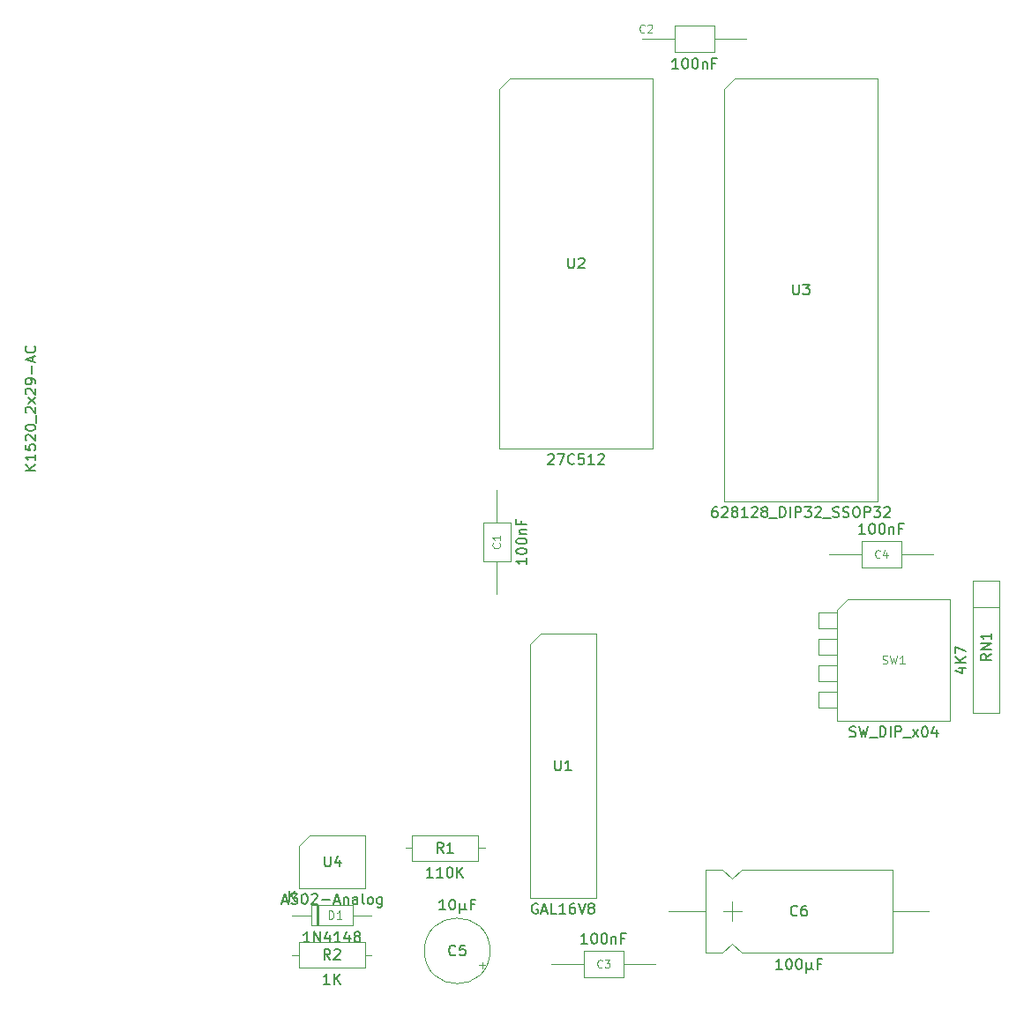
<source format=gbr>
%TF.GenerationSoftware,KiCad,Pcbnew,(5.1.10)-1*%
%TF.CreationDate,2022-01-02T16:59:21+01:00*%
%TF.ProjectId,BasicROM,42617369-6352-44f4-9d2e-6b696361645f,rev?*%
%TF.SameCoordinates,Original*%
%TF.FileFunction,Other,Fab,Top*%
%FSLAX46Y46*%
G04 Gerber Fmt 4.6, Leading zero omitted, Abs format (unit mm)*
G04 Created by KiCad (PCBNEW (5.1.10)-1) date 2022-01-02 16:59:21*
%MOMM*%
%LPD*%
G01*
G04 APERTURE LIST*
%ADD10C,0.100000*%
%ADD11C,0.150000*%
%ADD12C,0.120000*%
%ADD13C,0.114000*%
G04 APERTURE END LIST*
D10*
%TO.C,C6*%
X141930000Y-135700000D02*
X141930000Y-143700000D01*
X159930000Y-135700000D02*
X159930000Y-143700000D01*
X141930000Y-135700000D02*
X143610000Y-135700000D01*
X143610000Y-135700000D02*
X144510000Y-136600000D01*
X144510000Y-136600000D02*
X145410000Y-135700000D01*
X145410000Y-135700000D02*
X159930000Y-135700000D01*
X141930000Y-143700000D02*
X143610000Y-143700000D01*
X143610000Y-143700000D02*
X144510000Y-142800000D01*
X144510000Y-142800000D02*
X145410000Y-143700000D01*
X145410000Y-143700000D02*
X159930000Y-143700000D01*
X138430000Y-139700000D02*
X141930000Y-139700000D01*
X163430000Y-139700000D02*
X159930000Y-139700000D01*
X143630000Y-139700000D02*
X145430000Y-139700000D01*
X144530000Y-138800000D02*
X144530000Y-140600000D01*
%TO.C,U2*%
X123175000Y-59690000D02*
X136905000Y-59690000D01*
X136905000Y-59690000D02*
X136905000Y-95250000D01*
X136905000Y-95250000D02*
X122175000Y-95250000D01*
X122175000Y-95250000D02*
X122175000Y-60690000D01*
X122175000Y-60690000D02*
X123175000Y-59690000D01*
%TO.C,U4*%
X102979759Y-133420000D02*
X103979759Y-132420000D01*
X102979759Y-137500000D02*
X102979759Y-133420000D01*
X109329759Y-137500000D02*
X102979759Y-137500000D01*
X109329759Y-132420000D02*
X109329759Y-137500000D01*
X103979759Y-132420000D02*
X109329759Y-132420000D01*
%TO.C,R2*%
X109914759Y-143890000D02*
X109254759Y-143890000D01*
X102294759Y-143890000D02*
X102954759Y-143890000D01*
X109254759Y-142640000D02*
X102954759Y-142640000D01*
X109254759Y-145140000D02*
X109254759Y-142640000D01*
X102954759Y-145140000D02*
X109254759Y-145140000D01*
X102954759Y-142640000D02*
X102954759Y-145140000D01*
%TO.C,R1*%
X120764759Y-133640000D02*
X120104759Y-133640000D01*
X113144759Y-133640000D02*
X113804759Y-133640000D01*
X120104759Y-132390000D02*
X113804759Y-132390000D01*
X120104759Y-134890000D02*
X120104759Y-132390000D01*
X113804759Y-134890000D02*
X120104759Y-134890000D01*
X113804759Y-132390000D02*
X113804759Y-134890000D01*
%TO.C,D1*%
X104604759Y-139090000D02*
X104604759Y-141090000D01*
X104804759Y-139090000D02*
X104804759Y-141090000D01*
X104704759Y-139090000D02*
X104704759Y-141090000D01*
X109914759Y-140090000D02*
X108104759Y-140090000D01*
X102294759Y-140090000D02*
X104104759Y-140090000D01*
X108104759Y-139090000D02*
X104104759Y-139090000D01*
X108104759Y-141090000D02*
X108104759Y-139090000D01*
X104104759Y-141090000D02*
X108104759Y-141090000D01*
X104104759Y-139090000D02*
X104104759Y-141090000D01*
%TO.C,C5*%
X120508972Y-145198500D02*
X120508972Y-144568500D01*
X120823972Y-144883500D02*
X120193972Y-144883500D01*
X121280000Y-143510000D02*
G75*
G03*
X121280000Y-143510000I-3150000J0D01*
G01*
%TO.C,U3*%
X144765000Y-59690000D02*
X158495000Y-59690000D01*
X158495000Y-59690000D02*
X158495000Y-100330000D01*
X158495000Y-100330000D02*
X143765000Y-100330000D01*
X143765000Y-100330000D02*
X143765000Y-60690000D01*
X143765000Y-60690000D02*
X144765000Y-59690000D01*
%TO.C,U1*%
X126095000Y-113030000D02*
X131445000Y-113030000D01*
X131445000Y-113030000D02*
X131445000Y-138430000D01*
X131445000Y-138430000D02*
X125095000Y-138430000D01*
X125095000Y-138430000D02*
X125095000Y-114030000D01*
X125095000Y-114030000D02*
X126095000Y-113030000D01*
%TO.C,SW1*%
X155620000Y-109710000D02*
X165420000Y-109710000D01*
X165420000Y-109710000D02*
X165420000Y-121430000D01*
X165420000Y-121430000D02*
X154620000Y-121430000D01*
X154620000Y-121430000D02*
X154620000Y-110710000D01*
X154620000Y-110710000D02*
X155620000Y-109710000D01*
X154620000Y-111010000D02*
X154620000Y-112510000D01*
X154620000Y-112510000D02*
X152820000Y-112510000D01*
X152820000Y-112510000D02*
X152820000Y-111010000D01*
X152820000Y-111010000D02*
X154620000Y-111010000D01*
X154620000Y-113550000D02*
X154620000Y-115050000D01*
X154620000Y-115050000D02*
X152820000Y-115050000D01*
X152820000Y-115050000D02*
X152820000Y-113550000D01*
X152820000Y-113550000D02*
X154620000Y-113550000D01*
X154620000Y-116090000D02*
X154620000Y-117590000D01*
X154620000Y-117590000D02*
X152820000Y-117590000D01*
X152820000Y-117590000D02*
X152820000Y-116090000D01*
X152820000Y-116090000D02*
X154620000Y-116090000D01*
X154620000Y-118630000D02*
X154620000Y-120130000D01*
X154620000Y-120130000D02*
X152820000Y-120130000D01*
X152820000Y-120130000D02*
X152820000Y-118630000D01*
X152820000Y-118630000D02*
X154620000Y-118630000D01*
%TO.C,RN1*%
X170160000Y-107930000D02*
X167660000Y-107930000D01*
X167660000Y-107930000D02*
X167660000Y-120670000D01*
X167660000Y-120670000D02*
X170160000Y-120670000D01*
X170160000Y-120670000D02*
X170160000Y-107930000D01*
X170160000Y-110490000D02*
X167660000Y-110490000D01*
%TO.C,C4*%
X160730000Y-106710000D02*
X160730000Y-104110000D01*
X160730000Y-104110000D02*
X156930000Y-104110000D01*
X156930000Y-104110000D02*
X156930000Y-106710000D01*
X156930000Y-106710000D02*
X160730000Y-106710000D01*
X163830000Y-105410000D02*
X160730000Y-105410000D01*
X153830000Y-105410000D02*
X156930000Y-105410000D01*
%TO.C,C3*%
X134060000Y-146080000D02*
X134060000Y-143480000D01*
X134060000Y-143480000D02*
X130260000Y-143480000D01*
X130260000Y-143480000D02*
X130260000Y-146080000D01*
X130260000Y-146080000D02*
X134060000Y-146080000D01*
X137160000Y-144780000D02*
X134060000Y-144780000D01*
X127160000Y-144780000D02*
X130260000Y-144780000D01*
%TO.C,C2*%
X138990000Y-54580000D02*
X138990000Y-57180000D01*
X138990000Y-57180000D02*
X142790000Y-57180000D01*
X142790000Y-57180000D02*
X142790000Y-54580000D01*
X142790000Y-54580000D02*
X138990000Y-54580000D01*
X135890000Y-55880000D02*
X138990000Y-55880000D01*
X145890000Y-55880000D02*
X142790000Y-55880000D01*
%TO.C,C1*%
X120620000Y-106120000D02*
X123220000Y-106120000D01*
X123220000Y-106120000D02*
X123220000Y-102320000D01*
X123220000Y-102320000D02*
X120620000Y-102320000D01*
X120620000Y-102320000D02*
X120620000Y-106120000D01*
X121920000Y-109220000D02*
X121920000Y-106120000D01*
X121920000Y-99220000D02*
X121920000Y-102320000D01*
%TD*%
%TO.C,C6*%
D11*
X149310952Y-145272380D02*
X148739523Y-145272380D01*
X149025238Y-145272380D02*
X149025238Y-144272380D01*
X148930000Y-144415238D01*
X148834761Y-144510476D01*
X148739523Y-144558095D01*
X149930000Y-144272380D02*
X150025238Y-144272380D01*
X150120476Y-144320000D01*
X150168095Y-144367619D01*
X150215714Y-144462857D01*
X150263333Y-144653333D01*
X150263333Y-144891428D01*
X150215714Y-145081904D01*
X150168095Y-145177142D01*
X150120476Y-145224761D01*
X150025238Y-145272380D01*
X149930000Y-145272380D01*
X149834761Y-145224761D01*
X149787142Y-145177142D01*
X149739523Y-145081904D01*
X149691904Y-144891428D01*
X149691904Y-144653333D01*
X149739523Y-144462857D01*
X149787142Y-144367619D01*
X149834761Y-144320000D01*
X149930000Y-144272380D01*
X150882380Y-144272380D02*
X150977619Y-144272380D01*
X151072857Y-144320000D01*
X151120476Y-144367619D01*
X151168095Y-144462857D01*
X151215714Y-144653333D01*
X151215714Y-144891428D01*
X151168095Y-145081904D01*
X151120476Y-145177142D01*
X151072857Y-145224761D01*
X150977619Y-145272380D01*
X150882380Y-145272380D01*
X150787142Y-145224761D01*
X150739523Y-145177142D01*
X150691904Y-145081904D01*
X150644285Y-144891428D01*
X150644285Y-144653333D01*
X150691904Y-144462857D01*
X150739523Y-144367619D01*
X150787142Y-144320000D01*
X150882380Y-144272380D01*
X151644285Y-144605714D02*
X151644285Y-145605714D01*
X152120476Y-145129523D02*
X152168095Y-145224761D01*
X152263333Y-145272380D01*
X151644285Y-145129523D02*
X151691904Y-145224761D01*
X151787142Y-145272380D01*
X151977619Y-145272380D01*
X152072857Y-145224761D01*
X152120476Y-145129523D01*
X152120476Y-144605714D01*
X153025238Y-144748571D02*
X152691904Y-144748571D01*
X152691904Y-145272380D02*
X152691904Y-144272380D01*
X153168095Y-144272380D01*
X150763333Y-140057142D02*
X150715714Y-140104761D01*
X150572857Y-140152380D01*
X150477619Y-140152380D01*
X150334761Y-140104761D01*
X150239523Y-140009523D01*
X150191904Y-139914285D01*
X150144285Y-139723809D01*
X150144285Y-139580952D01*
X150191904Y-139390476D01*
X150239523Y-139295238D01*
X150334761Y-139200000D01*
X150477619Y-139152380D01*
X150572857Y-139152380D01*
X150715714Y-139200000D01*
X150763333Y-139247619D01*
X151620476Y-139152380D02*
X151430000Y-139152380D01*
X151334761Y-139200000D01*
X151287142Y-139247619D01*
X151191904Y-139390476D01*
X151144285Y-139580952D01*
X151144285Y-139961904D01*
X151191904Y-140057142D01*
X151239523Y-140104761D01*
X151334761Y-140152380D01*
X151525238Y-140152380D01*
X151620476Y-140104761D01*
X151668095Y-140057142D01*
X151715714Y-139961904D01*
X151715714Y-139723809D01*
X151668095Y-139628571D01*
X151620476Y-139580952D01*
X151525238Y-139533333D01*
X151334761Y-139533333D01*
X151239523Y-139580952D01*
X151191904Y-139628571D01*
X151144285Y-139723809D01*
%TO.C,X1*%
X77652380Y-97324404D02*
X76652380Y-97324404D01*
X77652380Y-96752976D02*
X77080952Y-97181547D01*
X76652380Y-96752976D02*
X77223809Y-97324404D01*
X77652380Y-95800595D02*
X77652380Y-96372023D01*
X77652380Y-96086309D02*
X76652380Y-96086309D01*
X76795238Y-96181547D01*
X76890476Y-96276785D01*
X76938095Y-96372023D01*
X76652380Y-94895833D02*
X76652380Y-95372023D01*
X77128571Y-95419642D01*
X77080952Y-95372023D01*
X77033333Y-95276785D01*
X77033333Y-95038690D01*
X77080952Y-94943452D01*
X77128571Y-94895833D01*
X77223809Y-94848214D01*
X77461904Y-94848214D01*
X77557142Y-94895833D01*
X77604761Y-94943452D01*
X77652380Y-95038690D01*
X77652380Y-95276785D01*
X77604761Y-95372023D01*
X77557142Y-95419642D01*
X76747619Y-94467261D02*
X76700000Y-94419642D01*
X76652380Y-94324404D01*
X76652380Y-94086309D01*
X76700000Y-93991071D01*
X76747619Y-93943452D01*
X76842857Y-93895833D01*
X76938095Y-93895833D01*
X77080952Y-93943452D01*
X77652380Y-94514880D01*
X77652380Y-93895833D01*
X76652380Y-93276785D02*
X76652380Y-93181547D01*
X76700000Y-93086309D01*
X76747619Y-93038690D01*
X76842857Y-92991071D01*
X77033333Y-92943452D01*
X77271428Y-92943452D01*
X77461904Y-92991071D01*
X77557142Y-93038690D01*
X77604761Y-93086309D01*
X77652380Y-93181547D01*
X77652380Y-93276785D01*
X77604761Y-93372023D01*
X77557142Y-93419642D01*
X77461904Y-93467261D01*
X77271428Y-93514880D01*
X77033333Y-93514880D01*
X76842857Y-93467261D01*
X76747619Y-93419642D01*
X76700000Y-93372023D01*
X76652380Y-93276785D01*
X77747619Y-92752976D02*
X77747619Y-91991071D01*
X76747619Y-91800595D02*
X76700000Y-91752976D01*
X76652380Y-91657738D01*
X76652380Y-91419642D01*
X76700000Y-91324404D01*
X76747619Y-91276785D01*
X76842857Y-91229166D01*
X76938095Y-91229166D01*
X77080952Y-91276785D01*
X77652380Y-91848214D01*
X77652380Y-91229166D01*
X77652380Y-90895833D02*
X76985714Y-90372023D01*
X76985714Y-90895833D02*
X77652380Y-90372023D01*
X76747619Y-90038690D02*
X76700000Y-89991071D01*
X76652380Y-89895833D01*
X76652380Y-89657738D01*
X76700000Y-89562500D01*
X76747619Y-89514880D01*
X76842857Y-89467261D01*
X76938095Y-89467261D01*
X77080952Y-89514880D01*
X77652380Y-90086309D01*
X77652380Y-89467261D01*
X77652380Y-88991071D02*
X77652380Y-88800595D01*
X77604761Y-88705357D01*
X77557142Y-88657738D01*
X77414285Y-88562500D01*
X77223809Y-88514880D01*
X76842857Y-88514880D01*
X76747619Y-88562500D01*
X76700000Y-88610119D01*
X76652380Y-88705357D01*
X76652380Y-88895833D01*
X76700000Y-88991071D01*
X76747619Y-89038690D01*
X76842857Y-89086309D01*
X77080952Y-89086309D01*
X77176190Y-89038690D01*
X77223809Y-88991071D01*
X77271428Y-88895833D01*
X77271428Y-88705357D01*
X77223809Y-88610119D01*
X77176190Y-88562500D01*
X77080952Y-88514880D01*
X77271428Y-88086309D02*
X77271428Y-87324404D01*
X77366666Y-86895833D02*
X77366666Y-86419642D01*
X77652380Y-86991071D02*
X76652380Y-86657738D01*
X77652380Y-86324404D01*
X77557142Y-85419642D02*
X77604761Y-85467261D01*
X77652380Y-85610119D01*
X77652380Y-85705357D01*
X77604761Y-85848214D01*
X77509523Y-85943452D01*
X77414285Y-85991071D01*
X77223809Y-86038690D01*
X77080952Y-86038690D01*
X76890476Y-85991071D01*
X76795238Y-85943452D01*
X76700000Y-85848214D01*
X76652380Y-85705357D01*
X76652380Y-85610119D01*
X76700000Y-85467261D01*
X76747619Y-85419642D01*
%TO.C,U2*%
X126849523Y-95857619D02*
X126897142Y-95810000D01*
X126992380Y-95762380D01*
X127230476Y-95762380D01*
X127325714Y-95810000D01*
X127373333Y-95857619D01*
X127420952Y-95952857D01*
X127420952Y-96048095D01*
X127373333Y-96190952D01*
X126801904Y-96762380D01*
X127420952Y-96762380D01*
X127754285Y-95762380D02*
X128420952Y-95762380D01*
X127992380Y-96762380D01*
X129373333Y-96667142D02*
X129325714Y-96714761D01*
X129182857Y-96762380D01*
X129087619Y-96762380D01*
X128944761Y-96714761D01*
X128849523Y-96619523D01*
X128801904Y-96524285D01*
X128754285Y-96333809D01*
X128754285Y-96190952D01*
X128801904Y-96000476D01*
X128849523Y-95905238D01*
X128944761Y-95810000D01*
X129087619Y-95762380D01*
X129182857Y-95762380D01*
X129325714Y-95810000D01*
X129373333Y-95857619D01*
X130278095Y-95762380D02*
X129801904Y-95762380D01*
X129754285Y-96238571D01*
X129801904Y-96190952D01*
X129897142Y-96143333D01*
X130135238Y-96143333D01*
X130230476Y-96190952D01*
X130278095Y-96238571D01*
X130325714Y-96333809D01*
X130325714Y-96571904D01*
X130278095Y-96667142D01*
X130230476Y-96714761D01*
X130135238Y-96762380D01*
X129897142Y-96762380D01*
X129801904Y-96714761D01*
X129754285Y-96667142D01*
X131278095Y-96762380D02*
X130706666Y-96762380D01*
X130992380Y-96762380D02*
X130992380Y-95762380D01*
X130897142Y-95905238D01*
X130801904Y-96000476D01*
X130706666Y-96048095D01*
X131659047Y-95857619D02*
X131706666Y-95810000D01*
X131801904Y-95762380D01*
X132040000Y-95762380D01*
X132135238Y-95810000D01*
X132182857Y-95857619D01*
X132230476Y-95952857D01*
X132230476Y-96048095D01*
X132182857Y-96190952D01*
X131611428Y-96762380D01*
X132230476Y-96762380D01*
X128778095Y-76922380D02*
X128778095Y-77731904D01*
X128825714Y-77827142D01*
X128873333Y-77874761D01*
X128968571Y-77922380D01*
X129159047Y-77922380D01*
X129254285Y-77874761D01*
X129301904Y-77827142D01*
X129349523Y-77731904D01*
X129349523Y-76922380D01*
X129778095Y-77017619D02*
X129825714Y-76970000D01*
X129920952Y-76922380D01*
X130159047Y-76922380D01*
X130254285Y-76970000D01*
X130301904Y-77017619D01*
X130349523Y-77112857D01*
X130349523Y-77208095D01*
X130301904Y-77350952D01*
X129730476Y-77922380D01*
X130349523Y-77922380D01*
%TO.C,U4*%
X101369044Y-138726666D02*
X101845235Y-138726666D01*
X101273806Y-139012380D02*
X101607139Y-138012380D01*
X101940473Y-139012380D01*
X102178568Y-138012380D02*
X102797616Y-138012380D01*
X102464282Y-138393333D01*
X102607139Y-138393333D01*
X102702378Y-138440952D01*
X102749997Y-138488571D01*
X102797616Y-138583809D01*
X102797616Y-138821904D01*
X102749997Y-138917142D01*
X102702378Y-138964761D01*
X102607139Y-139012380D01*
X102321425Y-139012380D01*
X102226187Y-138964761D01*
X102178568Y-138917142D01*
X103416663Y-138012380D02*
X103511901Y-138012380D01*
X103607139Y-138060000D01*
X103654759Y-138107619D01*
X103702378Y-138202857D01*
X103749997Y-138393333D01*
X103749997Y-138631428D01*
X103702378Y-138821904D01*
X103654759Y-138917142D01*
X103607139Y-138964761D01*
X103511901Y-139012380D01*
X103416663Y-139012380D01*
X103321425Y-138964761D01*
X103273806Y-138917142D01*
X103226187Y-138821904D01*
X103178568Y-138631428D01*
X103178568Y-138393333D01*
X103226187Y-138202857D01*
X103273806Y-138107619D01*
X103321425Y-138060000D01*
X103416663Y-138012380D01*
X104130949Y-138107619D02*
X104178568Y-138060000D01*
X104273806Y-138012380D01*
X104511901Y-138012380D01*
X104607139Y-138060000D01*
X104654759Y-138107619D01*
X104702378Y-138202857D01*
X104702378Y-138298095D01*
X104654759Y-138440952D01*
X104083330Y-139012380D01*
X104702378Y-139012380D01*
X105130949Y-138631428D02*
X105892854Y-138631428D01*
X106321425Y-138726666D02*
X106797616Y-138726666D01*
X106226187Y-139012380D02*
X106559520Y-138012380D01*
X106892854Y-139012380D01*
X107226187Y-138345714D02*
X107226187Y-139012380D01*
X107226187Y-138440952D02*
X107273806Y-138393333D01*
X107369044Y-138345714D01*
X107511901Y-138345714D01*
X107607139Y-138393333D01*
X107654759Y-138488571D01*
X107654759Y-139012380D01*
X108559520Y-139012380D02*
X108559520Y-138488571D01*
X108511901Y-138393333D01*
X108416663Y-138345714D01*
X108226187Y-138345714D01*
X108130949Y-138393333D01*
X108559520Y-138964761D02*
X108464282Y-139012380D01*
X108226187Y-139012380D01*
X108130949Y-138964761D01*
X108083330Y-138869523D01*
X108083330Y-138774285D01*
X108130949Y-138679047D01*
X108226187Y-138631428D01*
X108464282Y-138631428D01*
X108559520Y-138583809D01*
X109178568Y-139012380D02*
X109083330Y-138964761D01*
X109035711Y-138869523D01*
X109035711Y-138012380D01*
X109702378Y-139012380D02*
X109607139Y-138964761D01*
X109559520Y-138917142D01*
X109511901Y-138821904D01*
X109511901Y-138536190D01*
X109559520Y-138440952D01*
X109607139Y-138393333D01*
X109702378Y-138345714D01*
X109845235Y-138345714D01*
X109940473Y-138393333D01*
X109988092Y-138440952D01*
X110035711Y-138536190D01*
X110035711Y-138821904D01*
X109988092Y-138917142D01*
X109940473Y-138964761D01*
X109845235Y-139012380D01*
X109702378Y-139012380D01*
X110892854Y-138345714D02*
X110892854Y-139155238D01*
X110845235Y-139250476D01*
X110797616Y-139298095D01*
X110702378Y-139345714D01*
X110559520Y-139345714D01*
X110464282Y-139298095D01*
X110892854Y-138964761D02*
X110797616Y-139012380D01*
X110607139Y-139012380D01*
X110511901Y-138964761D01*
X110464282Y-138917142D01*
X110416663Y-138821904D01*
X110416663Y-138536190D01*
X110464282Y-138440952D01*
X110511901Y-138393333D01*
X110607139Y-138345714D01*
X110797616Y-138345714D01*
X110892854Y-138393333D01*
X105392854Y-134412380D02*
X105392854Y-135221904D01*
X105440473Y-135317142D01*
X105488092Y-135364761D01*
X105583330Y-135412380D01*
X105773806Y-135412380D01*
X105869044Y-135364761D01*
X105916663Y-135317142D01*
X105964282Y-135221904D01*
X105964282Y-134412380D01*
X106869044Y-134745714D02*
X106869044Y-135412380D01*
X106630949Y-134364761D02*
X106392854Y-135079047D01*
X107011901Y-135079047D01*
%TO.C,R2*%
X105890473Y-146712380D02*
X105319044Y-146712380D01*
X105604759Y-146712380D02*
X105604759Y-145712380D01*
X105509520Y-145855238D01*
X105414282Y-145950476D01*
X105319044Y-145998095D01*
X106319044Y-146712380D02*
X106319044Y-145712380D01*
X106890473Y-146712380D02*
X106461901Y-146140952D01*
X106890473Y-145712380D02*
X106319044Y-146283809D01*
X105938092Y-144342380D02*
X105604759Y-143866190D01*
X105366663Y-144342380D02*
X105366663Y-143342380D01*
X105747616Y-143342380D01*
X105842854Y-143390000D01*
X105890473Y-143437619D01*
X105938092Y-143532857D01*
X105938092Y-143675714D01*
X105890473Y-143770952D01*
X105842854Y-143818571D01*
X105747616Y-143866190D01*
X105366663Y-143866190D01*
X106319044Y-143437619D02*
X106366663Y-143390000D01*
X106461901Y-143342380D01*
X106699997Y-143342380D01*
X106795235Y-143390000D01*
X106842854Y-143437619D01*
X106890473Y-143532857D01*
X106890473Y-143628095D01*
X106842854Y-143770952D01*
X106271425Y-144342380D01*
X106890473Y-144342380D01*
%TO.C,R1*%
X115788092Y-136462380D02*
X115216663Y-136462380D01*
X115502378Y-136462380D02*
X115502378Y-135462380D01*
X115407139Y-135605238D01*
X115311901Y-135700476D01*
X115216663Y-135748095D01*
X116740473Y-136462380D02*
X116169044Y-136462380D01*
X116454759Y-136462380D02*
X116454759Y-135462380D01*
X116359520Y-135605238D01*
X116264282Y-135700476D01*
X116169044Y-135748095D01*
X117359520Y-135462380D02*
X117454759Y-135462380D01*
X117549997Y-135510000D01*
X117597616Y-135557619D01*
X117645235Y-135652857D01*
X117692854Y-135843333D01*
X117692854Y-136081428D01*
X117645235Y-136271904D01*
X117597616Y-136367142D01*
X117549997Y-136414761D01*
X117454759Y-136462380D01*
X117359520Y-136462380D01*
X117264282Y-136414761D01*
X117216663Y-136367142D01*
X117169044Y-136271904D01*
X117121425Y-136081428D01*
X117121425Y-135843333D01*
X117169044Y-135652857D01*
X117216663Y-135557619D01*
X117264282Y-135510000D01*
X117359520Y-135462380D01*
X118121425Y-136462380D02*
X118121425Y-135462380D01*
X118692854Y-136462380D02*
X118264282Y-135890952D01*
X118692854Y-135462380D02*
X118121425Y-136033809D01*
X116788092Y-134092380D02*
X116454759Y-133616190D01*
X116216663Y-134092380D02*
X116216663Y-133092380D01*
X116597616Y-133092380D01*
X116692854Y-133140000D01*
X116740473Y-133187619D01*
X116788092Y-133282857D01*
X116788092Y-133425714D01*
X116740473Y-133520952D01*
X116692854Y-133568571D01*
X116597616Y-133616190D01*
X116216663Y-133616190D01*
X117740473Y-134092380D02*
X117169044Y-134092380D01*
X117454759Y-134092380D02*
X117454759Y-133092380D01*
X117359520Y-133235238D01*
X117264282Y-133330476D01*
X117169044Y-133378095D01*
%TO.C,D1*%
X103961901Y-142662380D02*
X103390473Y-142662380D01*
X103676187Y-142662380D02*
X103676187Y-141662380D01*
X103580949Y-141805238D01*
X103485711Y-141900476D01*
X103390473Y-141948095D01*
X104390473Y-142662380D02*
X104390473Y-141662380D01*
X104961901Y-142662380D01*
X104961901Y-141662380D01*
X105866663Y-141995714D02*
X105866663Y-142662380D01*
X105628568Y-141614761D02*
X105390473Y-142329047D01*
X106009520Y-142329047D01*
X106914282Y-142662380D02*
X106342854Y-142662380D01*
X106628568Y-142662380D02*
X106628568Y-141662380D01*
X106533330Y-141805238D01*
X106438092Y-141900476D01*
X106342854Y-141948095D01*
X107771425Y-141995714D02*
X107771425Y-142662380D01*
X107533330Y-141614761D02*
X107295235Y-142329047D01*
X107914282Y-142329047D01*
X108438092Y-142090952D02*
X108342854Y-142043333D01*
X108295235Y-141995714D01*
X108247616Y-141900476D01*
X108247616Y-141852857D01*
X108295235Y-141757619D01*
X108342854Y-141710000D01*
X108438092Y-141662380D01*
X108628568Y-141662380D01*
X108723806Y-141710000D01*
X108771425Y-141757619D01*
X108819044Y-141852857D01*
X108819044Y-141900476D01*
X108771425Y-141995714D01*
X108723806Y-142043333D01*
X108628568Y-142090952D01*
X108438092Y-142090952D01*
X108342854Y-142138571D01*
X108295235Y-142186190D01*
X108247616Y-142281428D01*
X108247616Y-142471904D01*
X108295235Y-142567142D01*
X108342854Y-142614761D01*
X108438092Y-142662380D01*
X108628568Y-142662380D01*
X108723806Y-142614761D01*
X108771425Y-142567142D01*
X108819044Y-142471904D01*
X108819044Y-142281428D01*
X108771425Y-142186190D01*
X108723806Y-142138571D01*
X108628568Y-142090952D01*
X102032854Y-138742380D02*
X102032854Y-137742380D01*
X102604282Y-138742380D02*
X102175711Y-138170952D01*
X102604282Y-137742380D02*
X102032854Y-138313809D01*
D12*
X105814282Y-140451904D02*
X105814282Y-139651904D01*
X106004759Y-139651904D01*
X106119044Y-139690000D01*
X106195235Y-139766190D01*
X106233330Y-139842380D01*
X106271425Y-139994761D01*
X106271425Y-140109047D01*
X106233330Y-140261428D01*
X106195235Y-140337619D01*
X106119044Y-140413809D01*
X106004759Y-140451904D01*
X105814282Y-140451904D01*
X107033330Y-140451904D02*
X106576187Y-140451904D01*
X106804759Y-140451904D02*
X106804759Y-139651904D01*
X106728568Y-139766190D01*
X106652378Y-139842380D01*
X106576187Y-139880476D01*
%TO.C,C5*%
D11*
X116987142Y-139562380D02*
X116415714Y-139562380D01*
X116701428Y-139562380D02*
X116701428Y-138562380D01*
X116606190Y-138705238D01*
X116510952Y-138800476D01*
X116415714Y-138848095D01*
X117606190Y-138562380D02*
X117701428Y-138562380D01*
X117796666Y-138610000D01*
X117844285Y-138657619D01*
X117891904Y-138752857D01*
X117939523Y-138943333D01*
X117939523Y-139181428D01*
X117891904Y-139371904D01*
X117844285Y-139467142D01*
X117796666Y-139514761D01*
X117701428Y-139562380D01*
X117606190Y-139562380D01*
X117510952Y-139514761D01*
X117463333Y-139467142D01*
X117415714Y-139371904D01*
X117368095Y-139181428D01*
X117368095Y-138943333D01*
X117415714Y-138752857D01*
X117463333Y-138657619D01*
X117510952Y-138610000D01*
X117606190Y-138562380D01*
X118368095Y-138895714D02*
X118368095Y-139895714D01*
X118844285Y-139419523D02*
X118891904Y-139514761D01*
X118987142Y-139562380D01*
X118368095Y-139419523D02*
X118415714Y-139514761D01*
X118510952Y-139562380D01*
X118701428Y-139562380D01*
X118796666Y-139514761D01*
X118844285Y-139419523D01*
X118844285Y-138895714D01*
X119749047Y-139038571D02*
X119415714Y-139038571D01*
X119415714Y-139562380D02*
X119415714Y-138562380D01*
X119891904Y-138562380D01*
X117963333Y-143867142D02*
X117915714Y-143914761D01*
X117772857Y-143962380D01*
X117677619Y-143962380D01*
X117534761Y-143914761D01*
X117439523Y-143819523D01*
X117391904Y-143724285D01*
X117344285Y-143533809D01*
X117344285Y-143390952D01*
X117391904Y-143200476D01*
X117439523Y-143105238D01*
X117534761Y-143010000D01*
X117677619Y-142962380D01*
X117772857Y-142962380D01*
X117915714Y-143010000D01*
X117963333Y-143057619D01*
X118868095Y-142962380D02*
X118391904Y-142962380D01*
X118344285Y-143438571D01*
X118391904Y-143390952D01*
X118487142Y-143343333D01*
X118725238Y-143343333D01*
X118820476Y-143390952D01*
X118868095Y-143438571D01*
X118915714Y-143533809D01*
X118915714Y-143771904D01*
X118868095Y-143867142D01*
X118820476Y-143914761D01*
X118725238Y-143962380D01*
X118487142Y-143962380D01*
X118391904Y-143914761D01*
X118344285Y-143867142D01*
%TO.C,U3*%
X143058571Y-100842380D02*
X142868095Y-100842380D01*
X142772857Y-100890000D01*
X142725238Y-100937619D01*
X142630000Y-101080476D01*
X142582380Y-101270952D01*
X142582380Y-101651904D01*
X142630000Y-101747142D01*
X142677619Y-101794761D01*
X142772857Y-101842380D01*
X142963333Y-101842380D01*
X143058571Y-101794761D01*
X143106190Y-101747142D01*
X143153809Y-101651904D01*
X143153809Y-101413809D01*
X143106190Y-101318571D01*
X143058571Y-101270952D01*
X142963333Y-101223333D01*
X142772857Y-101223333D01*
X142677619Y-101270952D01*
X142630000Y-101318571D01*
X142582380Y-101413809D01*
X143534761Y-100937619D02*
X143582380Y-100890000D01*
X143677619Y-100842380D01*
X143915714Y-100842380D01*
X144010952Y-100890000D01*
X144058571Y-100937619D01*
X144106190Y-101032857D01*
X144106190Y-101128095D01*
X144058571Y-101270952D01*
X143487142Y-101842380D01*
X144106190Y-101842380D01*
X144677619Y-101270952D02*
X144582380Y-101223333D01*
X144534761Y-101175714D01*
X144487142Y-101080476D01*
X144487142Y-101032857D01*
X144534761Y-100937619D01*
X144582380Y-100890000D01*
X144677619Y-100842380D01*
X144868095Y-100842380D01*
X144963333Y-100890000D01*
X145010952Y-100937619D01*
X145058571Y-101032857D01*
X145058571Y-101080476D01*
X145010952Y-101175714D01*
X144963333Y-101223333D01*
X144868095Y-101270952D01*
X144677619Y-101270952D01*
X144582380Y-101318571D01*
X144534761Y-101366190D01*
X144487142Y-101461428D01*
X144487142Y-101651904D01*
X144534761Y-101747142D01*
X144582380Y-101794761D01*
X144677619Y-101842380D01*
X144868095Y-101842380D01*
X144963333Y-101794761D01*
X145010952Y-101747142D01*
X145058571Y-101651904D01*
X145058571Y-101461428D01*
X145010952Y-101366190D01*
X144963333Y-101318571D01*
X144868095Y-101270952D01*
X146010952Y-101842380D02*
X145439523Y-101842380D01*
X145725238Y-101842380D02*
X145725238Y-100842380D01*
X145630000Y-100985238D01*
X145534761Y-101080476D01*
X145439523Y-101128095D01*
X146391904Y-100937619D02*
X146439523Y-100890000D01*
X146534761Y-100842380D01*
X146772857Y-100842380D01*
X146868095Y-100890000D01*
X146915714Y-100937619D01*
X146963333Y-101032857D01*
X146963333Y-101128095D01*
X146915714Y-101270952D01*
X146344285Y-101842380D01*
X146963333Y-101842380D01*
X147534761Y-101270952D02*
X147439523Y-101223333D01*
X147391904Y-101175714D01*
X147344285Y-101080476D01*
X147344285Y-101032857D01*
X147391904Y-100937619D01*
X147439523Y-100890000D01*
X147534761Y-100842380D01*
X147725238Y-100842380D01*
X147820476Y-100890000D01*
X147868095Y-100937619D01*
X147915714Y-101032857D01*
X147915714Y-101080476D01*
X147868095Y-101175714D01*
X147820476Y-101223333D01*
X147725238Y-101270952D01*
X147534761Y-101270952D01*
X147439523Y-101318571D01*
X147391904Y-101366190D01*
X147344285Y-101461428D01*
X147344285Y-101651904D01*
X147391904Y-101747142D01*
X147439523Y-101794761D01*
X147534761Y-101842380D01*
X147725238Y-101842380D01*
X147820476Y-101794761D01*
X147868095Y-101747142D01*
X147915714Y-101651904D01*
X147915714Y-101461428D01*
X147868095Y-101366190D01*
X147820476Y-101318571D01*
X147725238Y-101270952D01*
X148106190Y-101937619D02*
X148868095Y-101937619D01*
X149106190Y-101842380D02*
X149106190Y-100842380D01*
X149344285Y-100842380D01*
X149487142Y-100890000D01*
X149582380Y-100985238D01*
X149630000Y-101080476D01*
X149677619Y-101270952D01*
X149677619Y-101413809D01*
X149630000Y-101604285D01*
X149582380Y-101699523D01*
X149487142Y-101794761D01*
X149344285Y-101842380D01*
X149106190Y-101842380D01*
X150106190Y-101842380D02*
X150106190Y-100842380D01*
X150582380Y-101842380D02*
X150582380Y-100842380D01*
X150963333Y-100842380D01*
X151058571Y-100890000D01*
X151106190Y-100937619D01*
X151153809Y-101032857D01*
X151153809Y-101175714D01*
X151106190Y-101270952D01*
X151058571Y-101318571D01*
X150963333Y-101366190D01*
X150582380Y-101366190D01*
X151487142Y-100842380D02*
X152106190Y-100842380D01*
X151772857Y-101223333D01*
X151915714Y-101223333D01*
X152010952Y-101270952D01*
X152058571Y-101318571D01*
X152106190Y-101413809D01*
X152106190Y-101651904D01*
X152058571Y-101747142D01*
X152010952Y-101794761D01*
X151915714Y-101842380D01*
X151630000Y-101842380D01*
X151534761Y-101794761D01*
X151487142Y-101747142D01*
X152487142Y-100937619D02*
X152534761Y-100890000D01*
X152630000Y-100842380D01*
X152868095Y-100842380D01*
X152963333Y-100890000D01*
X153010952Y-100937619D01*
X153058571Y-101032857D01*
X153058571Y-101128095D01*
X153010952Y-101270952D01*
X152439523Y-101842380D01*
X153058571Y-101842380D01*
X153249047Y-101937619D02*
X154010952Y-101937619D01*
X154201428Y-101794761D02*
X154344285Y-101842380D01*
X154582380Y-101842380D01*
X154677619Y-101794761D01*
X154725238Y-101747142D01*
X154772857Y-101651904D01*
X154772857Y-101556666D01*
X154725238Y-101461428D01*
X154677619Y-101413809D01*
X154582380Y-101366190D01*
X154391904Y-101318571D01*
X154296666Y-101270952D01*
X154249047Y-101223333D01*
X154201428Y-101128095D01*
X154201428Y-101032857D01*
X154249047Y-100937619D01*
X154296666Y-100890000D01*
X154391904Y-100842380D01*
X154630000Y-100842380D01*
X154772857Y-100890000D01*
X155153809Y-101794761D02*
X155296666Y-101842380D01*
X155534761Y-101842380D01*
X155630000Y-101794761D01*
X155677619Y-101747142D01*
X155725238Y-101651904D01*
X155725238Y-101556666D01*
X155677619Y-101461428D01*
X155630000Y-101413809D01*
X155534761Y-101366190D01*
X155344285Y-101318571D01*
X155249047Y-101270952D01*
X155201428Y-101223333D01*
X155153809Y-101128095D01*
X155153809Y-101032857D01*
X155201428Y-100937619D01*
X155249047Y-100890000D01*
X155344285Y-100842380D01*
X155582380Y-100842380D01*
X155725238Y-100890000D01*
X156344285Y-100842380D02*
X156534761Y-100842380D01*
X156630000Y-100890000D01*
X156725238Y-100985238D01*
X156772857Y-101175714D01*
X156772857Y-101509047D01*
X156725238Y-101699523D01*
X156630000Y-101794761D01*
X156534761Y-101842380D01*
X156344285Y-101842380D01*
X156249047Y-101794761D01*
X156153809Y-101699523D01*
X156106190Y-101509047D01*
X156106190Y-101175714D01*
X156153809Y-100985238D01*
X156249047Y-100890000D01*
X156344285Y-100842380D01*
X157201428Y-101842380D02*
X157201428Y-100842380D01*
X157582380Y-100842380D01*
X157677619Y-100890000D01*
X157725238Y-100937619D01*
X157772857Y-101032857D01*
X157772857Y-101175714D01*
X157725238Y-101270952D01*
X157677619Y-101318571D01*
X157582380Y-101366190D01*
X157201428Y-101366190D01*
X158106190Y-100842380D02*
X158725238Y-100842380D01*
X158391904Y-101223333D01*
X158534761Y-101223333D01*
X158630000Y-101270952D01*
X158677619Y-101318571D01*
X158725238Y-101413809D01*
X158725238Y-101651904D01*
X158677619Y-101747142D01*
X158630000Y-101794761D01*
X158534761Y-101842380D01*
X158249047Y-101842380D01*
X158153809Y-101794761D01*
X158106190Y-101747142D01*
X159106190Y-100937619D02*
X159153809Y-100890000D01*
X159249047Y-100842380D01*
X159487142Y-100842380D01*
X159582380Y-100890000D01*
X159630000Y-100937619D01*
X159677619Y-101032857D01*
X159677619Y-101128095D01*
X159630000Y-101270952D01*
X159058571Y-101842380D01*
X159677619Y-101842380D01*
X150368095Y-79462380D02*
X150368095Y-80271904D01*
X150415714Y-80367142D01*
X150463333Y-80414761D01*
X150558571Y-80462380D01*
X150749047Y-80462380D01*
X150844285Y-80414761D01*
X150891904Y-80367142D01*
X150939523Y-80271904D01*
X150939523Y-79462380D01*
X151320476Y-79462380D02*
X151939523Y-79462380D01*
X151606190Y-79843333D01*
X151749047Y-79843333D01*
X151844285Y-79890952D01*
X151891904Y-79938571D01*
X151939523Y-80033809D01*
X151939523Y-80271904D01*
X151891904Y-80367142D01*
X151844285Y-80414761D01*
X151749047Y-80462380D01*
X151463333Y-80462380D01*
X151368095Y-80414761D01*
X151320476Y-80367142D01*
%TO.C,U1*%
X125841428Y-138990000D02*
X125746190Y-138942380D01*
X125603333Y-138942380D01*
X125460476Y-138990000D01*
X125365238Y-139085238D01*
X125317619Y-139180476D01*
X125270000Y-139370952D01*
X125270000Y-139513809D01*
X125317619Y-139704285D01*
X125365238Y-139799523D01*
X125460476Y-139894761D01*
X125603333Y-139942380D01*
X125698571Y-139942380D01*
X125841428Y-139894761D01*
X125889047Y-139847142D01*
X125889047Y-139513809D01*
X125698571Y-139513809D01*
X126270000Y-139656666D02*
X126746190Y-139656666D01*
X126174761Y-139942380D02*
X126508095Y-138942380D01*
X126841428Y-139942380D01*
X127650952Y-139942380D02*
X127174761Y-139942380D01*
X127174761Y-138942380D01*
X128508095Y-139942380D02*
X127936666Y-139942380D01*
X128222380Y-139942380D02*
X128222380Y-138942380D01*
X128127142Y-139085238D01*
X128031904Y-139180476D01*
X127936666Y-139228095D01*
X129365238Y-138942380D02*
X129174761Y-138942380D01*
X129079523Y-138990000D01*
X129031904Y-139037619D01*
X128936666Y-139180476D01*
X128889047Y-139370952D01*
X128889047Y-139751904D01*
X128936666Y-139847142D01*
X128984285Y-139894761D01*
X129079523Y-139942380D01*
X129270000Y-139942380D01*
X129365238Y-139894761D01*
X129412857Y-139847142D01*
X129460476Y-139751904D01*
X129460476Y-139513809D01*
X129412857Y-139418571D01*
X129365238Y-139370952D01*
X129270000Y-139323333D01*
X129079523Y-139323333D01*
X128984285Y-139370952D01*
X128936666Y-139418571D01*
X128889047Y-139513809D01*
X129746190Y-138942380D02*
X130079523Y-139942380D01*
X130412857Y-138942380D01*
X130889047Y-139370952D02*
X130793809Y-139323333D01*
X130746190Y-139275714D01*
X130698571Y-139180476D01*
X130698571Y-139132857D01*
X130746190Y-139037619D01*
X130793809Y-138990000D01*
X130889047Y-138942380D01*
X131079523Y-138942380D01*
X131174761Y-138990000D01*
X131222380Y-139037619D01*
X131270000Y-139132857D01*
X131270000Y-139180476D01*
X131222380Y-139275714D01*
X131174761Y-139323333D01*
X131079523Y-139370952D01*
X130889047Y-139370952D01*
X130793809Y-139418571D01*
X130746190Y-139466190D01*
X130698571Y-139561428D01*
X130698571Y-139751904D01*
X130746190Y-139847142D01*
X130793809Y-139894761D01*
X130889047Y-139942380D01*
X131079523Y-139942380D01*
X131174761Y-139894761D01*
X131222380Y-139847142D01*
X131270000Y-139751904D01*
X131270000Y-139561428D01*
X131222380Y-139466190D01*
X131174761Y-139418571D01*
X131079523Y-139370952D01*
X127508095Y-125182380D02*
X127508095Y-125991904D01*
X127555714Y-126087142D01*
X127603333Y-126134761D01*
X127698571Y-126182380D01*
X127889047Y-126182380D01*
X127984285Y-126134761D01*
X128031904Y-126087142D01*
X128079523Y-125991904D01*
X128079523Y-125182380D01*
X129079523Y-126182380D02*
X128508095Y-126182380D01*
X128793809Y-126182380D02*
X128793809Y-125182380D01*
X128698571Y-125325238D01*
X128603333Y-125420476D01*
X128508095Y-125468095D01*
%TO.C,SW1*%
X155805714Y-122894761D02*
X155948571Y-122942380D01*
X156186666Y-122942380D01*
X156281904Y-122894761D01*
X156329523Y-122847142D01*
X156377142Y-122751904D01*
X156377142Y-122656666D01*
X156329523Y-122561428D01*
X156281904Y-122513809D01*
X156186666Y-122466190D01*
X155996190Y-122418571D01*
X155900952Y-122370952D01*
X155853333Y-122323333D01*
X155805714Y-122228095D01*
X155805714Y-122132857D01*
X155853333Y-122037619D01*
X155900952Y-121990000D01*
X155996190Y-121942380D01*
X156234285Y-121942380D01*
X156377142Y-121990000D01*
X156710476Y-121942380D02*
X156948571Y-122942380D01*
X157139047Y-122228095D01*
X157329523Y-122942380D01*
X157567619Y-121942380D01*
X157710476Y-123037619D02*
X158472380Y-123037619D01*
X158710476Y-122942380D02*
X158710476Y-121942380D01*
X158948571Y-121942380D01*
X159091428Y-121990000D01*
X159186666Y-122085238D01*
X159234285Y-122180476D01*
X159281904Y-122370952D01*
X159281904Y-122513809D01*
X159234285Y-122704285D01*
X159186666Y-122799523D01*
X159091428Y-122894761D01*
X158948571Y-122942380D01*
X158710476Y-122942380D01*
X159710476Y-122942380D02*
X159710476Y-121942380D01*
X160186666Y-122942380D02*
X160186666Y-121942380D01*
X160567619Y-121942380D01*
X160662857Y-121990000D01*
X160710476Y-122037619D01*
X160758095Y-122132857D01*
X160758095Y-122275714D01*
X160710476Y-122370952D01*
X160662857Y-122418571D01*
X160567619Y-122466190D01*
X160186666Y-122466190D01*
X160948571Y-123037619D02*
X161710476Y-123037619D01*
X161853333Y-122942380D02*
X162377142Y-122275714D01*
X161853333Y-122275714D02*
X162377142Y-122942380D01*
X162948571Y-121942380D02*
X163043809Y-121942380D01*
X163139047Y-121990000D01*
X163186666Y-122037619D01*
X163234285Y-122132857D01*
X163281904Y-122323333D01*
X163281904Y-122561428D01*
X163234285Y-122751904D01*
X163186666Y-122847142D01*
X163139047Y-122894761D01*
X163043809Y-122942380D01*
X162948571Y-122942380D01*
X162853333Y-122894761D01*
X162805714Y-122847142D01*
X162758095Y-122751904D01*
X162710476Y-122561428D01*
X162710476Y-122323333D01*
X162758095Y-122132857D01*
X162805714Y-122037619D01*
X162853333Y-121990000D01*
X162948571Y-121942380D01*
X164139047Y-122275714D02*
X164139047Y-122942380D01*
X163900952Y-121894761D02*
X163662857Y-122609047D01*
X164281904Y-122609047D01*
D12*
X158953333Y-115893809D02*
X159067619Y-115931904D01*
X159258095Y-115931904D01*
X159334285Y-115893809D01*
X159372380Y-115855714D01*
X159410476Y-115779523D01*
X159410476Y-115703333D01*
X159372380Y-115627142D01*
X159334285Y-115589047D01*
X159258095Y-115550952D01*
X159105714Y-115512857D01*
X159029523Y-115474761D01*
X158991428Y-115436666D01*
X158953333Y-115360476D01*
X158953333Y-115284285D01*
X158991428Y-115208095D01*
X159029523Y-115170000D01*
X159105714Y-115131904D01*
X159296190Y-115131904D01*
X159410476Y-115170000D01*
X159677142Y-115131904D02*
X159867619Y-115931904D01*
X160020000Y-115360476D01*
X160172380Y-115931904D01*
X160362857Y-115131904D01*
X161086666Y-115931904D02*
X160629523Y-115931904D01*
X160858095Y-115931904D02*
X160858095Y-115131904D01*
X160781904Y-115246190D01*
X160705714Y-115322380D01*
X160629523Y-115360476D01*
%TO.C,RN1*%
D11*
X166295714Y-116355714D02*
X166962380Y-116355714D01*
X165914761Y-116593809D02*
X166629047Y-116831904D01*
X166629047Y-116212857D01*
X166962380Y-115831904D02*
X165962380Y-115831904D01*
X166962380Y-115260476D02*
X166390952Y-115689047D01*
X165962380Y-115260476D02*
X166533809Y-115831904D01*
X165962380Y-114927142D02*
X165962380Y-114260476D01*
X166962380Y-114689047D01*
X169362380Y-114990476D02*
X168886190Y-115323809D01*
X169362380Y-115561904D02*
X168362380Y-115561904D01*
X168362380Y-115180952D01*
X168410000Y-115085714D01*
X168457619Y-115038095D01*
X168552857Y-114990476D01*
X168695714Y-114990476D01*
X168790952Y-115038095D01*
X168838571Y-115085714D01*
X168886190Y-115180952D01*
X168886190Y-115561904D01*
X169362380Y-114561904D02*
X168362380Y-114561904D01*
X169362380Y-113990476D01*
X168362380Y-113990476D01*
X169362380Y-112990476D02*
X169362380Y-113561904D01*
X169362380Y-113276190D02*
X168362380Y-113276190D01*
X168505238Y-113371428D01*
X168600476Y-113466666D01*
X168648095Y-113561904D01*
%TO.C,C4*%
X157282380Y-103442380D02*
X156710952Y-103442380D01*
X156996666Y-103442380D02*
X156996666Y-102442380D01*
X156901428Y-102585238D01*
X156806190Y-102680476D01*
X156710952Y-102728095D01*
X157901428Y-102442380D02*
X157996666Y-102442380D01*
X158091904Y-102490000D01*
X158139523Y-102537619D01*
X158187142Y-102632857D01*
X158234761Y-102823333D01*
X158234761Y-103061428D01*
X158187142Y-103251904D01*
X158139523Y-103347142D01*
X158091904Y-103394761D01*
X157996666Y-103442380D01*
X157901428Y-103442380D01*
X157806190Y-103394761D01*
X157758571Y-103347142D01*
X157710952Y-103251904D01*
X157663333Y-103061428D01*
X157663333Y-102823333D01*
X157710952Y-102632857D01*
X157758571Y-102537619D01*
X157806190Y-102490000D01*
X157901428Y-102442380D01*
X158853809Y-102442380D02*
X158949047Y-102442380D01*
X159044285Y-102490000D01*
X159091904Y-102537619D01*
X159139523Y-102632857D01*
X159187142Y-102823333D01*
X159187142Y-103061428D01*
X159139523Y-103251904D01*
X159091904Y-103347142D01*
X159044285Y-103394761D01*
X158949047Y-103442380D01*
X158853809Y-103442380D01*
X158758571Y-103394761D01*
X158710952Y-103347142D01*
X158663333Y-103251904D01*
X158615714Y-103061428D01*
X158615714Y-102823333D01*
X158663333Y-102632857D01*
X158710952Y-102537619D01*
X158758571Y-102490000D01*
X158853809Y-102442380D01*
X159615714Y-102775714D02*
X159615714Y-103442380D01*
X159615714Y-102870952D02*
X159663333Y-102823333D01*
X159758571Y-102775714D01*
X159901428Y-102775714D01*
X159996666Y-102823333D01*
X160044285Y-102918571D01*
X160044285Y-103442380D01*
X160853809Y-102918571D02*
X160520476Y-102918571D01*
X160520476Y-103442380D02*
X160520476Y-102442380D01*
X160996666Y-102442380D01*
D13*
X158703333Y-105681428D02*
X158667142Y-105717619D01*
X158558571Y-105753809D01*
X158486190Y-105753809D01*
X158377619Y-105717619D01*
X158305238Y-105645238D01*
X158269047Y-105572857D01*
X158232857Y-105428095D01*
X158232857Y-105319523D01*
X158269047Y-105174761D01*
X158305238Y-105102380D01*
X158377619Y-105030000D01*
X158486190Y-104993809D01*
X158558571Y-104993809D01*
X158667142Y-105030000D01*
X158703333Y-105066190D01*
X159354761Y-105247142D02*
X159354761Y-105753809D01*
X159173809Y-104957619D02*
X158992857Y-105500476D01*
X159463333Y-105500476D01*
%TO.C,C3*%
D11*
X130612380Y-142812380D02*
X130040952Y-142812380D01*
X130326666Y-142812380D02*
X130326666Y-141812380D01*
X130231428Y-141955238D01*
X130136190Y-142050476D01*
X130040952Y-142098095D01*
X131231428Y-141812380D02*
X131326666Y-141812380D01*
X131421904Y-141860000D01*
X131469523Y-141907619D01*
X131517142Y-142002857D01*
X131564761Y-142193333D01*
X131564761Y-142431428D01*
X131517142Y-142621904D01*
X131469523Y-142717142D01*
X131421904Y-142764761D01*
X131326666Y-142812380D01*
X131231428Y-142812380D01*
X131136190Y-142764761D01*
X131088571Y-142717142D01*
X131040952Y-142621904D01*
X130993333Y-142431428D01*
X130993333Y-142193333D01*
X131040952Y-142002857D01*
X131088571Y-141907619D01*
X131136190Y-141860000D01*
X131231428Y-141812380D01*
X132183809Y-141812380D02*
X132279047Y-141812380D01*
X132374285Y-141860000D01*
X132421904Y-141907619D01*
X132469523Y-142002857D01*
X132517142Y-142193333D01*
X132517142Y-142431428D01*
X132469523Y-142621904D01*
X132421904Y-142717142D01*
X132374285Y-142764761D01*
X132279047Y-142812380D01*
X132183809Y-142812380D01*
X132088571Y-142764761D01*
X132040952Y-142717142D01*
X131993333Y-142621904D01*
X131945714Y-142431428D01*
X131945714Y-142193333D01*
X131993333Y-142002857D01*
X132040952Y-141907619D01*
X132088571Y-141860000D01*
X132183809Y-141812380D01*
X132945714Y-142145714D02*
X132945714Y-142812380D01*
X132945714Y-142240952D02*
X132993333Y-142193333D01*
X133088571Y-142145714D01*
X133231428Y-142145714D01*
X133326666Y-142193333D01*
X133374285Y-142288571D01*
X133374285Y-142812380D01*
X134183809Y-142288571D02*
X133850476Y-142288571D01*
X133850476Y-142812380D02*
X133850476Y-141812380D01*
X134326666Y-141812380D01*
D13*
X132033333Y-145051428D02*
X131997142Y-145087619D01*
X131888571Y-145123809D01*
X131816190Y-145123809D01*
X131707619Y-145087619D01*
X131635238Y-145015238D01*
X131599047Y-144942857D01*
X131562857Y-144798095D01*
X131562857Y-144689523D01*
X131599047Y-144544761D01*
X131635238Y-144472380D01*
X131707619Y-144400000D01*
X131816190Y-144363809D01*
X131888571Y-144363809D01*
X131997142Y-144400000D01*
X132033333Y-144436190D01*
X132286666Y-144363809D02*
X132757142Y-144363809D01*
X132503809Y-144653333D01*
X132612380Y-144653333D01*
X132684761Y-144689523D01*
X132720952Y-144725714D01*
X132757142Y-144798095D01*
X132757142Y-144979047D01*
X132720952Y-145051428D01*
X132684761Y-145087619D01*
X132612380Y-145123809D01*
X132395238Y-145123809D01*
X132322857Y-145087619D01*
X132286666Y-145051428D01*
%TO.C,C2*%
D11*
X139342380Y-58752380D02*
X138770952Y-58752380D01*
X139056666Y-58752380D02*
X139056666Y-57752380D01*
X138961428Y-57895238D01*
X138866190Y-57990476D01*
X138770952Y-58038095D01*
X139961428Y-57752380D02*
X140056666Y-57752380D01*
X140151904Y-57800000D01*
X140199523Y-57847619D01*
X140247142Y-57942857D01*
X140294761Y-58133333D01*
X140294761Y-58371428D01*
X140247142Y-58561904D01*
X140199523Y-58657142D01*
X140151904Y-58704761D01*
X140056666Y-58752380D01*
X139961428Y-58752380D01*
X139866190Y-58704761D01*
X139818571Y-58657142D01*
X139770952Y-58561904D01*
X139723333Y-58371428D01*
X139723333Y-58133333D01*
X139770952Y-57942857D01*
X139818571Y-57847619D01*
X139866190Y-57800000D01*
X139961428Y-57752380D01*
X140913809Y-57752380D02*
X141009047Y-57752380D01*
X141104285Y-57800000D01*
X141151904Y-57847619D01*
X141199523Y-57942857D01*
X141247142Y-58133333D01*
X141247142Y-58371428D01*
X141199523Y-58561904D01*
X141151904Y-58657142D01*
X141104285Y-58704761D01*
X141009047Y-58752380D01*
X140913809Y-58752380D01*
X140818571Y-58704761D01*
X140770952Y-58657142D01*
X140723333Y-58561904D01*
X140675714Y-58371428D01*
X140675714Y-58133333D01*
X140723333Y-57942857D01*
X140770952Y-57847619D01*
X140818571Y-57800000D01*
X140913809Y-57752380D01*
X141675714Y-58085714D02*
X141675714Y-58752380D01*
X141675714Y-58180952D02*
X141723333Y-58133333D01*
X141818571Y-58085714D01*
X141961428Y-58085714D01*
X142056666Y-58133333D01*
X142104285Y-58228571D01*
X142104285Y-58752380D01*
X142913809Y-58228571D02*
X142580476Y-58228571D01*
X142580476Y-58752380D02*
X142580476Y-57752380D01*
X143056666Y-57752380D01*
D13*
X136113333Y-55211428D02*
X136077142Y-55247619D01*
X135968571Y-55283809D01*
X135896190Y-55283809D01*
X135787619Y-55247619D01*
X135715238Y-55175238D01*
X135679047Y-55102857D01*
X135642857Y-54958095D01*
X135642857Y-54849523D01*
X135679047Y-54704761D01*
X135715238Y-54632380D01*
X135787619Y-54560000D01*
X135896190Y-54523809D01*
X135968571Y-54523809D01*
X136077142Y-54560000D01*
X136113333Y-54596190D01*
X136402857Y-54596190D02*
X136439047Y-54560000D01*
X136511428Y-54523809D01*
X136692380Y-54523809D01*
X136764761Y-54560000D01*
X136800952Y-54596190D01*
X136837142Y-54668571D01*
X136837142Y-54740952D01*
X136800952Y-54849523D01*
X136366666Y-55283809D01*
X136837142Y-55283809D01*
%TO.C,C1*%
D11*
X124792380Y-105767619D02*
X124792380Y-106339047D01*
X124792380Y-106053333D02*
X123792380Y-106053333D01*
X123935238Y-106148571D01*
X124030476Y-106243809D01*
X124078095Y-106339047D01*
X123792380Y-105148571D02*
X123792380Y-105053333D01*
X123840000Y-104958095D01*
X123887619Y-104910476D01*
X123982857Y-104862857D01*
X124173333Y-104815238D01*
X124411428Y-104815238D01*
X124601904Y-104862857D01*
X124697142Y-104910476D01*
X124744761Y-104958095D01*
X124792380Y-105053333D01*
X124792380Y-105148571D01*
X124744761Y-105243809D01*
X124697142Y-105291428D01*
X124601904Y-105339047D01*
X124411428Y-105386666D01*
X124173333Y-105386666D01*
X123982857Y-105339047D01*
X123887619Y-105291428D01*
X123840000Y-105243809D01*
X123792380Y-105148571D01*
X123792380Y-104196190D02*
X123792380Y-104100952D01*
X123840000Y-104005714D01*
X123887619Y-103958095D01*
X123982857Y-103910476D01*
X124173333Y-103862857D01*
X124411428Y-103862857D01*
X124601904Y-103910476D01*
X124697142Y-103958095D01*
X124744761Y-104005714D01*
X124792380Y-104100952D01*
X124792380Y-104196190D01*
X124744761Y-104291428D01*
X124697142Y-104339047D01*
X124601904Y-104386666D01*
X124411428Y-104434285D01*
X124173333Y-104434285D01*
X123982857Y-104386666D01*
X123887619Y-104339047D01*
X123840000Y-104291428D01*
X123792380Y-104196190D01*
X124125714Y-103434285D02*
X124792380Y-103434285D01*
X124220952Y-103434285D02*
X124173333Y-103386666D01*
X124125714Y-103291428D01*
X124125714Y-103148571D01*
X124173333Y-103053333D01*
X124268571Y-103005714D01*
X124792380Y-103005714D01*
X124268571Y-102196190D02*
X124268571Y-102529523D01*
X124792380Y-102529523D02*
X123792380Y-102529523D01*
X123792380Y-102053333D01*
D13*
X122191428Y-104346666D02*
X122227619Y-104382857D01*
X122263809Y-104491428D01*
X122263809Y-104563809D01*
X122227619Y-104672380D01*
X122155238Y-104744761D01*
X122082857Y-104780952D01*
X121938095Y-104817142D01*
X121829523Y-104817142D01*
X121684761Y-104780952D01*
X121612380Y-104744761D01*
X121540000Y-104672380D01*
X121503809Y-104563809D01*
X121503809Y-104491428D01*
X121540000Y-104382857D01*
X121576190Y-104346666D01*
X122263809Y-103622857D02*
X122263809Y-104057142D01*
X122263809Y-103840000D02*
X121503809Y-103840000D01*
X121612380Y-103912380D01*
X121684761Y-103984761D01*
X121720952Y-104057142D01*
%TD*%
M02*

</source>
